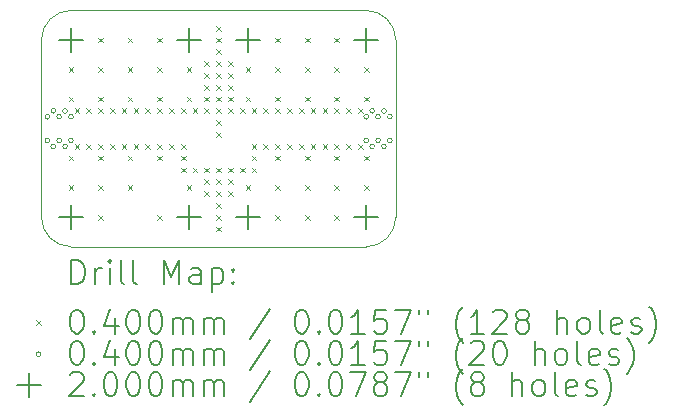
<source format=gbr>
%TF.GenerationSoftware,KiCad,Pcbnew,6.0.9+dfsg-1~bpo11+1*%
%TF.CreationDate,2022-11-06T14:52:20+01:00*%
%TF.ProjectId,filter,66696c74-6572-42e6-9b69-6361645f7063,2*%
%TF.SameCoordinates,Original*%
%TF.FileFunction,Drillmap*%
%TF.FilePolarity,Positive*%
%FSLAX45Y45*%
G04 Gerber Fmt 4.5, Leading zero omitted, Abs format (unit mm)*
G04 Created by KiCad (PCBNEW 6.0.9+dfsg-1~bpo11+1) date 2022-11-06 14:52:20*
%MOMM*%
%LPD*%
G01*
G04 APERTURE LIST*
%ADD10C,0.100000*%
%ADD11C,0.200000*%
%ADD12C,0.040000*%
G04 APERTURE END LIST*
D10*
X10750000Y-5500000D02*
X10750000Y-7000000D01*
X13750000Y-5500000D02*
G75*
G03*
X13500000Y-5250000I-250000J0D01*
G01*
X11000000Y-7250000D02*
X13500000Y-7250000D01*
X10750000Y-7000000D02*
G75*
G03*
X11000000Y-7250000I250000J0D01*
G01*
X13500000Y-7250000D02*
G75*
G03*
X13750000Y-7000000I0J250000D01*
G01*
X11000000Y-5250000D02*
G75*
G03*
X10750000Y-5500000I0J-250000D01*
G01*
X11000000Y-5250000D02*
X13500000Y-5250000D01*
X13750000Y-5500000D02*
X13750000Y-7000000D01*
D11*
D12*
X10980000Y-5730000D02*
X11020000Y-5770000D01*
X11020000Y-5730000D02*
X10980000Y-5770000D01*
X10980000Y-5980000D02*
X11020000Y-6020000D01*
X11020000Y-5980000D02*
X10980000Y-6020000D01*
X10980000Y-6480000D02*
X11020000Y-6520000D01*
X11020000Y-6480000D02*
X10980000Y-6520000D01*
X10980000Y-6730000D02*
X11020000Y-6770000D01*
X11020000Y-6730000D02*
X10980000Y-6770000D01*
X11030000Y-6080000D02*
X11070000Y-6120000D01*
X11070000Y-6080000D02*
X11030000Y-6120000D01*
X11030000Y-6380000D02*
X11070000Y-6420000D01*
X11070000Y-6380000D02*
X11030000Y-6420000D01*
X11130000Y-6080000D02*
X11170000Y-6120000D01*
X11170000Y-6080000D02*
X11130000Y-6120000D01*
X11130000Y-6380000D02*
X11170000Y-6420000D01*
X11170000Y-6380000D02*
X11130000Y-6420000D01*
X11230000Y-5480000D02*
X11270000Y-5520000D01*
X11270000Y-5480000D02*
X11230000Y-5520000D01*
X11230000Y-5730000D02*
X11270000Y-5770000D01*
X11270000Y-5730000D02*
X11230000Y-5770000D01*
X11230000Y-5980000D02*
X11270000Y-6020000D01*
X11270000Y-5980000D02*
X11230000Y-6020000D01*
X11230000Y-6080000D02*
X11270000Y-6120000D01*
X11270000Y-6080000D02*
X11230000Y-6120000D01*
X11230000Y-6380000D02*
X11270000Y-6420000D01*
X11270000Y-6380000D02*
X11230000Y-6420000D01*
X11230000Y-6480000D02*
X11270000Y-6520000D01*
X11270000Y-6480000D02*
X11230000Y-6520000D01*
X11230000Y-6730000D02*
X11270000Y-6770000D01*
X11270000Y-6730000D02*
X11230000Y-6770000D01*
X11230000Y-6980000D02*
X11270000Y-7020000D01*
X11270000Y-6980000D02*
X11230000Y-7020000D01*
X11330000Y-6080000D02*
X11370000Y-6120000D01*
X11370000Y-6080000D02*
X11330000Y-6120000D01*
X11330000Y-6380000D02*
X11370000Y-6420000D01*
X11370000Y-6380000D02*
X11330000Y-6420000D01*
X11430000Y-6080000D02*
X11470000Y-6120000D01*
X11470000Y-6080000D02*
X11430000Y-6120000D01*
X11430000Y-6380000D02*
X11470000Y-6420000D01*
X11470000Y-6380000D02*
X11430000Y-6420000D01*
X11480000Y-5480000D02*
X11520000Y-5520000D01*
X11520000Y-5480000D02*
X11480000Y-5520000D01*
X11480000Y-5730000D02*
X11520000Y-5770000D01*
X11520000Y-5730000D02*
X11480000Y-5770000D01*
X11480000Y-5980000D02*
X11520000Y-6020000D01*
X11520000Y-5980000D02*
X11480000Y-6020000D01*
X11480000Y-6480000D02*
X11520000Y-6520000D01*
X11520000Y-6480000D02*
X11480000Y-6520000D01*
X11480000Y-6730000D02*
X11520000Y-6770000D01*
X11520000Y-6730000D02*
X11480000Y-6770000D01*
X11530000Y-6080000D02*
X11570000Y-6120000D01*
X11570000Y-6080000D02*
X11530000Y-6120000D01*
X11530000Y-6380000D02*
X11570000Y-6420000D01*
X11570000Y-6380000D02*
X11530000Y-6420000D01*
X11630000Y-6080000D02*
X11670000Y-6120000D01*
X11670000Y-6080000D02*
X11630000Y-6120000D01*
X11630000Y-6380000D02*
X11670000Y-6420000D01*
X11670000Y-6380000D02*
X11630000Y-6420000D01*
X11730000Y-5480000D02*
X11770000Y-5520000D01*
X11770000Y-5480000D02*
X11730000Y-5520000D01*
X11730000Y-5730000D02*
X11770000Y-5770000D01*
X11770000Y-5730000D02*
X11730000Y-5770000D01*
X11730000Y-5980000D02*
X11770000Y-6020000D01*
X11770000Y-5980000D02*
X11730000Y-6020000D01*
X11730000Y-6080000D02*
X11770000Y-6120000D01*
X11770000Y-6080000D02*
X11730000Y-6120000D01*
X11730000Y-6380000D02*
X11770000Y-6420000D01*
X11770000Y-6380000D02*
X11730000Y-6420000D01*
X11730000Y-6480000D02*
X11770000Y-6520000D01*
X11770000Y-6480000D02*
X11730000Y-6520000D01*
X11730000Y-6980000D02*
X11770000Y-7020000D01*
X11770000Y-6980000D02*
X11730000Y-7020000D01*
X11830000Y-6080000D02*
X11870000Y-6120000D01*
X11870000Y-6080000D02*
X11830000Y-6120000D01*
X11830000Y-6380000D02*
X11870000Y-6420000D01*
X11870000Y-6380000D02*
X11830000Y-6420000D01*
X11930000Y-6080000D02*
X11970000Y-6120000D01*
X11970000Y-6080000D02*
X11930000Y-6120000D01*
X11930000Y-6380000D02*
X11970000Y-6420000D01*
X11970000Y-6380000D02*
X11930000Y-6420000D01*
X11930000Y-6480000D02*
X11970000Y-6520000D01*
X11970000Y-6480000D02*
X11930000Y-6520000D01*
X11930000Y-6580000D02*
X11970000Y-6620000D01*
X11970000Y-6580000D02*
X11930000Y-6620000D01*
X11980000Y-5730000D02*
X12020000Y-5770000D01*
X12020000Y-5730000D02*
X11980000Y-5770000D01*
X11980000Y-5980000D02*
X12020000Y-6020000D01*
X12020000Y-5980000D02*
X11980000Y-6020000D01*
X11980000Y-6730000D02*
X12020000Y-6770000D01*
X12020000Y-6730000D02*
X11980000Y-6770000D01*
X12030000Y-6080000D02*
X12070000Y-6120000D01*
X12070000Y-6080000D02*
X12030000Y-6120000D01*
X12030000Y-6580000D02*
X12070000Y-6620000D01*
X12070000Y-6580000D02*
X12030000Y-6620000D01*
X12130000Y-5680000D02*
X12170000Y-5720000D01*
X12170000Y-5680000D02*
X12130000Y-5720000D01*
X12130000Y-5780000D02*
X12170000Y-5820000D01*
X12170000Y-5780000D02*
X12130000Y-5820000D01*
X12130000Y-5880000D02*
X12170000Y-5920000D01*
X12170000Y-5880000D02*
X12130000Y-5920000D01*
X12130000Y-5980000D02*
X12170000Y-6020000D01*
X12170000Y-5980000D02*
X12130000Y-6020000D01*
X12130000Y-6080000D02*
X12170000Y-6120000D01*
X12170000Y-6080000D02*
X12130000Y-6120000D01*
X12130000Y-6580000D02*
X12170000Y-6620000D01*
X12170000Y-6580000D02*
X12130000Y-6620000D01*
X12130000Y-6680000D02*
X12170000Y-6720000D01*
X12170000Y-6680000D02*
X12130000Y-6720000D01*
X12130000Y-6780000D02*
X12170000Y-6820000D01*
X12170000Y-6780000D02*
X12130000Y-6820000D01*
X12230000Y-5380000D02*
X12270000Y-5420000D01*
X12270000Y-5380000D02*
X12230000Y-5420000D01*
X12230000Y-5480000D02*
X12270000Y-5520000D01*
X12270000Y-5480000D02*
X12230000Y-5520000D01*
X12230000Y-5580000D02*
X12270000Y-5620000D01*
X12270000Y-5580000D02*
X12230000Y-5620000D01*
X12230000Y-5680000D02*
X12270000Y-5720000D01*
X12270000Y-5680000D02*
X12230000Y-5720000D01*
X12230000Y-5780000D02*
X12270000Y-5820000D01*
X12270000Y-5780000D02*
X12230000Y-5820000D01*
X12230000Y-5880000D02*
X12270000Y-5920000D01*
X12270000Y-5880000D02*
X12230000Y-5920000D01*
X12230000Y-5980000D02*
X12270000Y-6020000D01*
X12270000Y-5980000D02*
X12230000Y-6020000D01*
X12230000Y-6080000D02*
X12270000Y-6120000D01*
X12270000Y-6080000D02*
X12230000Y-6120000D01*
X12230000Y-6180000D02*
X12270000Y-6220000D01*
X12270000Y-6180000D02*
X12230000Y-6220000D01*
X12230000Y-6280000D02*
X12270000Y-6320000D01*
X12270000Y-6280000D02*
X12230000Y-6320000D01*
X12230000Y-6580000D02*
X12270000Y-6620000D01*
X12270000Y-6580000D02*
X12230000Y-6620000D01*
X12230000Y-6680000D02*
X12270000Y-6720000D01*
X12270000Y-6680000D02*
X12230000Y-6720000D01*
X12230000Y-6780000D02*
X12270000Y-6820000D01*
X12270000Y-6780000D02*
X12230000Y-6820000D01*
X12230000Y-6880000D02*
X12270000Y-6920000D01*
X12270000Y-6880000D02*
X12230000Y-6920000D01*
X12230000Y-6980000D02*
X12270000Y-7020000D01*
X12270000Y-6980000D02*
X12230000Y-7020000D01*
X12230000Y-7080000D02*
X12270000Y-7120000D01*
X12270000Y-7080000D02*
X12230000Y-7120000D01*
X12330000Y-5680000D02*
X12370000Y-5720000D01*
X12370000Y-5680000D02*
X12330000Y-5720000D01*
X12330000Y-5780000D02*
X12370000Y-5820000D01*
X12370000Y-5780000D02*
X12330000Y-5820000D01*
X12330000Y-5880000D02*
X12370000Y-5920000D01*
X12370000Y-5880000D02*
X12330000Y-5920000D01*
X12330000Y-5980000D02*
X12370000Y-6020000D01*
X12370000Y-5980000D02*
X12330000Y-6020000D01*
X12330000Y-6080000D02*
X12370000Y-6120000D01*
X12370000Y-6080000D02*
X12330000Y-6120000D01*
X12330000Y-6580000D02*
X12370000Y-6620000D01*
X12370000Y-6580000D02*
X12330000Y-6620000D01*
X12330000Y-6680000D02*
X12370000Y-6720000D01*
X12370000Y-6680000D02*
X12330000Y-6720000D01*
X12330000Y-6780000D02*
X12370000Y-6820000D01*
X12370000Y-6780000D02*
X12330000Y-6820000D01*
X12430000Y-6080000D02*
X12470000Y-6120000D01*
X12470000Y-6080000D02*
X12430000Y-6120000D01*
X12430000Y-6580000D02*
X12470000Y-6620000D01*
X12470000Y-6580000D02*
X12430000Y-6620000D01*
X12480000Y-5730000D02*
X12520000Y-5770000D01*
X12520000Y-5730000D02*
X12480000Y-5770000D01*
X12480000Y-5980000D02*
X12520000Y-6020000D01*
X12520000Y-5980000D02*
X12480000Y-6020000D01*
X12480000Y-6730000D02*
X12520000Y-6770000D01*
X12520000Y-6730000D02*
X12480000Y-6770000D01*
X12530000Y-6080000D02*
X12570000Y-6120000D01*
X12570000Y-6080000D02*
X12530000Y-6120000D01*
X12530000Y-6380000D02*
X12570000Y-6420000D01*
X12570000Y-6380000D02*
X12530000Y-6420000D01*
X12530000Y-6480000D02*
X12570000Y-6520000D01*
X12570000Y-6480000D02*
X12530000Y-6520000D01*
X12530000Y-6580000D02*
X12570000Y-6620000D01*
X12570000Y-6580000D02*
X12530000Y-6620000D01*
X12630000Y-6080000D02*
X12670000Y-6120000D01*
X12670000Y-6080000D02*
X12630000Y-6120000D01*
X12630000Y-6380000D02*
X12670000Y-6420000D01*
X12670000Y-6380000D02*
X12630000Y-6420000D01*
X12730000Y-5480000D02*
X12770000Y-5520000D01*
X12770000Y-5480000D02*
X12730000Y-5520000D01*
X12730000Y-5730000D02*
X12770000Y-5770000D01*
X12770000Y-5730000D02*
X12730000Y-5770000D01*
X12730000Y-5980000D02*
X12770000Y-6020000D01*
X12770000Y-5980000D02*
X12730000Y-6020000D01*
X12730000Y-6080000D02*
X12770000Y-6120000D01*
X12770000Y-6080000D02*
X12730000Y-6120000D01*
X12730000Y-6380000D02*
X12770000Y-6420000D01*
X12770000Y-6380000D02*
X12730000Y-6420000D01*
X12730000Y-6480000D02*
X12770000Y-6520000D01*
X12770000Y-6480000D02*
X12730000Y-6520000D01*
X12730000Y-6730000D02*
X12770000Y-6770000D01*
X12770000Y-6730000D02*
X12730000Y-6770000D01*
X12730000Y-6980000D02*
X12770000Y-7020000D01*
X12770000Y-6980000D02*
X12730000Y-7020000D01*
X12830000Y-6080000D02*
X12870000Y-6120000D01*
X12870000Y-6080000D02*
X12830000Y-6120000D01*
X12830000Y-6380000D02*
X12870000Y-6420000D01*
X12870000Y-6380000D02*
X12830000Y-6420000D01*
X12930000Y-6080000D02*
X12970000Y-6120000D01*
X12970000Y-6080000D02*
X12930000Y-6120000D01*
X12930000Y-6380000D02*
X12970000Y-6420000D01*
X12970000Y-6380000D02*
X12930000Y-6420000D01*
X12980000Y-5480000D02*
X13020000Y-5520000D01*
X13020000Y-5480000D02*
X12980000Y-5520000D01*
X12980000Y-5730000D02*
X13020000Y-5770000D01*
X13020000Y-5730000D02*
X12980000Y-5770000D01*
X12980000Y-5980000D02*
X13020000Y-6020000D01*
X13020000Y-5980000D02*
X12980000Y-6020000D01*
X12980000Y-6480000D02*
X13020000Y-6520000D01*
X13020000Y-6480000D02*
X12980000Y-6520000D01*
X12980000Y-6730000D02*
X13020000Y-6770000D01*
X13020000Y-6730000D02*
X12980000Y-6770000D01*
X12980000Y-6980000D02*
X13020000Y-7020000D01*
X13020000Y-6980000D02*
X12980000Y-7020000D01*
X13030000Y-6080000D02*
X13070000Y-6120000D01*
X13070000Y-6080000D02*
X13030000Y-6120000D01*
X13030000Y-6380000D02*
X13070000Y-6420000D01*
X13070000Y-6380000D02*
X13030000Y-6420000D01*
X13130000Y-6080000D02*
X13170000Y-6120000D01*
X13170000Y-6080000D02*
X13130000Y-6120000D01*
X13130000Y-6380000D02*
X13170000Y-6420000D01*
X13170000Y-6380000D02*
X13130000Y-6420000D01*
X13230000Y-5480000D02*
X13270000Y-5520000D01*
X13270000Y-5480000D02*
X13230000Y-5520000D01*
X13230000Y-5730000D02*
X13270000Y-5770000D01*
X13270000Y-5730000D02*
X13230000Y-5770000D01*
X13230000Y-5980000D02*
X13270000Y-6020000D01*
X13270000Y-5980000D02*
X13230000Y-6020000D01*
X13230000Y-6080000D02*
X13270000Y-6120000D01*
X13270000Y-6080000D02*
X13230000Y-6120000D01*
X13230000Y-6380000D02*
X13270000Y-6420000D01*
X13270000Y-6380000D02*
X13230000Y-6420000D01*
X13230000Y-6480000D02*
X13270000Y-6520000D01*
X13270000Y-6480000D02*
X13230000Y-6520000D01*
X13230000Y-6730000D02*
X13270000Y-6770000D01*
X13270000Y-6730000D02*
X13230000Y-6770000D01*
X13230000Y-6980000D02*
X13270000Y-7020000D01*
X13270000Y-6980000D02*
X13230000Y-7020000D01*
X13330000Y-6080000D02*
X13370000Y-6120000D01*
X13370000Y-6080000D02*
X13330000Y-6120000D01*
X13330000Y-6380000D02*
X13370000Y-6420000D01*
X13370000Y-6380000D02*
X13330000Y-6420000D01*
X13430000Y-6080000D02*
X13470000Y-6120000D01*
X13470000Y-6080000D02*
X13430000Y-6120000D01*
X13430000Y-6380000D02*
X13470000Y-6420000D01*
X13470000Y-6380000D02*
X13430000Y-6420000D01*
X13480000Y-5730000D02*
X13520000Y-5770000D01*
X13520000Y-5730000D02*
X13480000Y-5770000D01*
X13480000Y-5980000D02*
X13520000Y-6020000D01*
X13520000Y-5980000D02*
X13480000Y-6020000D01*
X13480000Y-6480000D02*
X13520000Y-6520000D01*
X13520000Y-6480000D02*
X13480000Y-6520000D01*
X13480000Y-6730000D02*
X13520000Y-6770000D01*
X13520000Y-6730000D02*
X13480000Y-6770000D01*
X10820000Y-6150000D02*
G75*
G03*
X10820000Y-6150000I-20000J0D01*
G01*
X10820000Y-6350000D02*
G75*
G03*
X10820000Y-6350000I-20000J0D01*
G01*
X10870000Y-6100000D02*
G75*
G03*
X10870000Y-6100000I-20000J0D01*
G01*
X10870000Y-6400000D02*
G75*
G03*
X10870000Y-6400000I-20000J0D01*
G01*
X10920000Y-6150000D02*
G75*
G03*
X10920000Y-6150000I-20000J0D01*
G01*
X10920000Y-6350000D02*
G75*
G03*
X10920000Y-6350000I-20000J0D01*
G01*
X10970000Y-6100000D02*
G75*
G03*
X10970000Y-6100000I-20000J0D01*
G01*
X10970000Y-6400000D02*
G75*
G03*
X10970000Y-6400000I-20000J0D01*
G01*
X11020000Y-6150000D02*
G75*
G03*
X11020000Y-6150000I-20000J0D01*
G01*
X11020000Y-6350000D02*
G75*
G03*
X11020000Y-6350000I-20000J0D01*
G01*
X13520000Y-6150000D02*
G75*
G03*
X13520000Y-6150000I-20000J0D01*
G01*
X13520000Y-6350000D02*
G75*
G03*
X13520000Y-6350000I-20000J0D01*
G01*
X13570000Y-6100000D02*
G75*
G03*
X13570000Y-6100000I-20000J0D01*
G01*
X13570000Y-6400000D02*
G75*
G03*
X13570000Y-6400000I-20000J0D01*
G01*
X13620000Y-6150000D02*
G75*
G03*
X13620000Y-6150000I-20000J0D01*
G01*
X13620000Y-6350000D02*
G75*
G03*
X13620000Y-6350000I-20000J0D01*
G01*
X13670000Y-6100000D02*
G75*
G03*
X13670000Y-6100000I-20000J0D01*
G01*
X13670000Y-6400000D02*
G75*
G03*
X13670000Y-6400000I-20000J0D01*
G01*
X13720000Y-6150000D02*
G75*
G03*
X13720000Y-6150000I-20000J0D01*
G01*
X13720000Y-6350000D02*
G75*
G03*
X13720000Y-6350000I-20000J0D01*
G01*
D11*
X11000000Y-5400000D02*
X11000000Y-5600000D01*
X10900000Y-5500000D02*
X11100000Y-5500000D01*
X11000000Y-6900000D02*
X11000000Y-7100000D01*
X10900000Y-7000000D02*
X11100000Y-7000000D01*
X12000000Y-5400000D02*
X12000000Y-5600000D01*
X11900000Y-5500000D02*
X12100000Y-5500000D01*
X12000000Y-6900000D02*
X12000000Y-7100000D01*
X11900000Y-7000000D02*
X12100000Y-7000000D01*
X12500000Y-5400000D02*
X12500000Y-5600000D01*
X12400000Y-5500000D02*
X12600000Y-5500000D01*
X12500000Y-6900000D02*
X12500000Y-7100000D01*
X12400000Y-7000000D02*
X12600000Y-7000000D01*
X13500000Y-5400000D02*
X13500000Y-5600000D01*
X13400000Y-5500000D02*
X13600000Y-5500000D01*
X13500000Y-6900000D02*
X13500000Y-7100000D01*
X13400000Y-7000000D02*
X13600000Y-7000000D01*
X11002619Y-7565476D02*
X11002619Y-7365476D01*
X11050238Y-7365476D01*
X11078810Y-7375000D01*
X11097857Y-7394048D01*
X11107381Y-7413095D01*
X11116905Y-7451190D01*
X11116905Y-7479762D01*
X11107381Y-7517857D01*
X11097857Y-7536905D01*
X11078810Y-7555952D01*
X11050238Y-7565476D01*
X11002619Y-7565476D01*
X11202619Y-7565476D02*
X11202619Y-7432143D01*
X11202619Y-7470238D02*
X11212143Y-7451190D01*
X11221667Y-7441667D01*
X11240714Y-7432143D01*
X11259762Y-7432143D01*
X11326428Y-7565476D02*
X11326428Y-7432143D01*
X11326428Y-7365476D02*
X11316905Y-7375000D01*
X11326428Y-7384524D01*
X11335952Y-7375000D01*
X11326428Y-7365476D01*
X11326428Y-7384524D01*
X11450238Y-7565476D02*
X11431190Y-7555952D01*
X11421667Y-7536905D01*
X11421667Y-7365476D01*
X11555000Y-7565476D02*
X11535952Y-7555952D01*
X11526428Y-7536905D01*
X11526428Y-7365476D01*
X11783571Y-7565476D02*
X11783571Y-7365476D01*
X11850238Y-7508333D01*
X11916905Y-7365476D01*
X11916905Y-7565476D01*
X12097857Y-7565476D02*
X12097857Y-7460714D01*
X12088333Y-7441667D01*
X12069286Y-7432143D01*
X12031190Y-7432143D01*
X12012143Y-7441667D01*
X12097857Y-7555952D02*
X12078809Y-7565476D01*
X12031190Y-7565476D01*
X12012143Y-7555952D01*
X12002619Y-7536905D01*
X12002619Y-7517857D01*
X12012143Y-7498809D01*
X12031190Y-7489286D01*
X12078809Y-7489286D01*
X12097857Y-7479762D01*
X12193095Y-7432143D02*
X12193095Y-7632143D01*
X12193095Y-7441667D02*
X12212143Y-7432143D01*
X12250238Y-7432143D01*
X12269286Y-7441667D01*
X12278809Y-7451190D01*
X12288333Y-7470238D01*
X12288333Y-7527381D01*
X12278809Y-7546428D01*
X12269286Y-7555952D01*
X12250238Y-7565476D01*
X12212143Y-7565476D01*
X12193095Y-7555952D01*
X12374048Y-7546428D02*
X12383571Y-7555952D01*
X12374048Y-7565476D01*
X12364524Y-7555952D01*
X12374048Y-7546428D01*
X12374048Y-7565476D01*
X12374048Y-7441667D02*
X12383571Y-7451190D01*
X12374048Y-7460714D01*
X12364524Y-7451190D01*
X12374048Y-7441667D01*
X12374048Y-7460714D01*
D12*
X10705000Y-7875000D02*
X10745000Y-7915000D01*
X10745000Y-7875000D02*
X10705000Y-7915000D01*
D11*
X11040714Y-7785476D02*
X11059762Y-7785476D01*
X11078810Y-7795000D01*
X11088333Y-7804524D01*
X11097857Y-7823571D01*
X11107381Y-7861667D01*
X11107381Y-7909286D01*
X11097857Y-7947381D01*
X11088333Y-7966428D01*
X11078810Y-7975952D01*
X11059762Y-7985476D01*
X11040714Y-7985476D01*
X11021667Y-7975952D01*
X11012143Y-7966428D01*
X11002619Y-7947381D01*
X10993095Y-7909286D01*
X10993095Y-7861667D01*
X11002619Y-7823571D01*
X11012143Y-7804524D01*
X11021667Y-7795000D01*
X11040714Y-7785476D01*
X11193095Y-7966428D02*
X11202619Y-7975952D01*
X11193095Y-7985476D01*
X11183571Y-7975952D01*
X11193095Y-7966428D01*
X11193095Y-7985476D01*
X11374048Y-7852143D02*
X11374048Y-7985476D01*
X11326428Y-7775952D02*
X11278809Y-7918809D01*
X11402619Y-7918809D01*
X11516905Y-7785476D02*
X11535952Y-7785476D01*
X11555000Y-7795000D01*
X11564524Y-7804524D01*
X11574048Y-7823571D01*
X11583571Y-7861667D01*
X11583571Y-7909286D01*
X11574048Y-7947381D01*
X11564524Y-7966428D01*
X11555000Y-7975952D01*
X11535952Y-7985476D01*
X11516905Y-7985476D01*
X11497857Y-7975952D01*
X11488333Y-7966428D01*
X11478809Y-7947381D01*
X11469286Y-7909286D01*
X11469286Y-7861667D01*
X11478809Y-7823571D01*
X11488333Y-7804524D01*
X11497857Y-7795000D01*
X11516905Y-7785476D01*
X11707381Y-7785476D02*
X11726428Y-7785476D01*
X11745476Y-7795000D01*
X11755000Y-7804524D01*
X11764524Y-7823571D01*
X11774048Y-7861667D01*
X11774048Y-7909286D01*
X11764524Y-7947381D01*
X11755000Y-7966428D01*
X11745476Y-7975952D01*
X11726428Y-7985476D01*
X11707381Y-7985476D01*
X11688333Y-7975952D01*
X11678809Y-7966428D01*
X11669286Y-7947381D01*
X11659762Y-7909286D01*
X11659762Y-7861667D01*
X11669286Y-7823571D01*
X11678809Y-7804524D01*
X11688333Y-7795000D01*
X11707381Y-7785476D01*
X11859762Y-7985476D02*
X11859762Y-7852143D01*
X11859762Y-7871190D02*
X11869286Y-7861667D01*
X11888333Y-7852143D01*
X11916905Y-7852143D01*
X11935952Y-7861667D01*
X11945476Y-7880714D01*
X11945476Y-7985476D01*
X11945476Y-7880714D02*
X11955000Y-7861667D01*
X11974048Y-7852143D01*
X12002619Y-7852143D01*
X12021667Y-7861667D01*
X12031190Y-7880714D01*
X12031190Y-7985476D01*
X12126428Y-7985476D02*
X12126428Y-7852143D01*
X12126428Y-7871190D02*
X12135952Y-7861667D01*
X12155000Y-7852143D01*
X12183571Y-7852143D01*
X12202619Y-7861667D01*
X12212143Y-7880714D01*
X12212143Y-7985476D01*
X12212143Y-7880714D02*
X12221667Y-7861667D01*
X12240714Y-7852143D01*
X12269286Y-7852143D01*
X12288333Y-7861667D01*
X12297857Y-7880714D01*
X12297857Y-7985476D01*
X12688333Y-7775952D02*
X12516905Y-8033095D01*
X12945476Y-7785476D02*
X12964524Y-7785476D01*
X12983571Y-7795000D01*
X12993095Y-7804524D01*
X13002619Y-7823571D01*
X13012143Y-7861667D01*
X13012143Y-7909286D01*
X13002619Y-7947381D01*
X12993095Y-7966428D01*
X12983571Y-7975952D01*
X12964524Y-7985476D01*
X12945476Y-7985476D01*
X12926428Y-7975952D01*
X12916905Y-7966428D01*
X12907381Y-7947381D01*
X12897857Y-7909286D01*
X12897857Y-7861667D01*
X12907381Y-7823571D01*
X12916905Y-7804524D01*
X12926428Y-7795000D01*
X12945476Y-7785476D01*
X13097857Y-7966428D02*
X13107381Y-7975952D01*
X13097857Y-7985476D01*
X13088333Y-7975952D01*
X13097857Y-7966428D01*
X13097857Y-7985476D01*
X13231190Y-7785476D02*
X13250238Y-7785476D01*
X13269286Y-7795000D01*
X13278809Y-7804524D01*
X13288333Y-7823571D01*
X13297857Y-7861667D01*
X13297857Y-7909286D01*
X13288333Y-7947381D01*
X13278809Y-7966428D01*
X13269286Y-7975952D01*
X13250238Y-7985476D01*
X13231190Y-7985476D01*
X13212143Y-7975952D01*
X13202619Y-7966428D01*
X13193095Y-7947381D01*
X13183571Y-7909286D01*
X13183571Y-7861667D01*
X13193095Y-7823571D01*
X13202619Y-7804524D01*
X13212143Y-7795000D01*
X13231190Y-7785476D01*
X13488333Y-7985476D02*
X13374048Y-7985476D01*
X13431190Y-7985476D02*
X13431190Y-7785476D01*
X13412143Y-7814048D01*
X13393095Y-7833095D01*
X13374048Y-7842619D01*
X13669286Y-7785476D02*
X13574048Y-7785476D01*
X13564524Y-7880714D01*
X13574048Y-7871190D01*
X13593095Y-7861667D01*
X13640714Y-7861667D01*
X13659762Y-7871190D01*
X13669286Y-7880714D01*
X13678809Y-7899762D01*
X13678809Y-7947381D01*
X13669286Y-7966428D01*
X13659762Y-7975952D01*
X13640714Y-7985476D01*
X13593095Y-7985476D01*
X13574048Y-7975952D01*
X13564524Y-7966428D01*
X13745476Y-7785476D02*
X13878809Y-7785476D01*
X13793095Y-7985476D01*
X13945476Y-7785476D02*
X13945476Y-7823571D01*
X14021667Y-7785476D02*
X14021667Y-7823571D01*
X14316905Y-8061667D02*
X14307381Y-8052143D01*
X14288333Y-8023571D01*
X14278809Y-8004524D01*
X14269286Y-7975952D01*
X14259762Y-7928333D01*
X14259762Y-7890238D01*
X14269286Y-7842619D01*
X14278809Y-7814048D01*
X14288333Y-7795000D01*
X14307381Y-7766428D01*
X14316905Y-7756905D01*
X14497857Y-7985476D02*
X14383571Y-7985476D01*
X14440714Y-7985476D02*
X14440714Y-7785476D01*
X14421667Y-7814048D01*
X14402619Y-7833095D01*
X14383571Y-7842619D01*
X14574048Y-7804524D02*
X14583571Y-7795000D01*
X14602619Y-7785476D01*
X14650238Y-7785476D01*
X14669286Y-7795000D01*
X14678809Y-7804524D01*
X14688333Y-7823571D01*
X14688333Y-7842619D01*
X14678809Y-7871190D01*
X14564524Y-7985476D01*
X14688333Y-7985476D01*
X14802619Y-7871190D02*
X14783571Y-7861667D01*
X14774048Y-7852143D01*
X14764524Y-7833095D01*
X14764524Y-7823571D01*
X14774048Y-7804524D01*
X14783571Y-7795000D01*
X14802619Y-7785476D01*
X14840714Y-7785476D01*
X14859762Y-7795000D01*
X14869286Y-7804524D01*
X14878809Y-7823571D01*
X14878809Y-7833095D01*
X14869286Y-7852143D01*
X14859762Y-7861667D01*
X14840714Y-7871190D01*
X14802619Y-7871190D01*
X14783571Y-7880714D01*
X14774048Y-7890238D01*
X14764524Y-7909286D01*
X14764524Y-7947381D01*
X14774048Y-7966428D01*
X14783571Y-7975952D01*
X14802619Y-7985476D01*
X14840714Y-7985476D01*
X14859762Y-7975952D01*
X14869286Y-7966428D01*
X14878809Y-7947381D01*
X14878809Y-7909286D01*
X14869286Y-7890238D01*
X14859762Y-7880714D01*
X14840714Y-7871190D01*
X15116905Y-7985476D02*
X15116905Y-7785476D01*
X15202619Y-7985476D02*
X15202619Y-7880714D01*
X15193095Y-7861667D01*
X15174048Y-7852143D01*
X15145476Y-7852143D01*
X15126428Y-7861667D01*
X15116905Y-7871190D01*
X15326428Y-7985476D02*
X15307381Y-7975952D01*
X15297857Y-7966428D01*
X15288333Y-7947381D01*
X15288333Y-7890238D01*
X15297857Y-7871190D01*
X15307381Y-7861667D01*
X15326428Y-7852143D01*
X15355000Y-7852143D01*
X15374048Y-7861667D01*
X15383571Y-7871190D01*
X15393095Y-7890238D01*
X15393095Y-7947381D01*
X15383571Y-7966428D01*
X15374048Y-7975952D01*
X15355000Y-7985476D01*
X15326428Y-7985476D01*
X15507381Y-7985476D02*
X15488333Y-7975952D01*
X15478809Y-7956905D01*
X15478809Y-7785476D01*
X15659762Y-7975952D02*
X15640714Y-7985476D01*
X15602619Y-7985476D01*
X15583571Y-7975952D01*
X15574048Y-7956905D01*
X15574048Y-7880714D01*
X15583571Y-7861667D01*
X15602619Y-7852143D01*
X15640714Y-7852143D01*
X15659762Y-7861667D01*
X15669286Y-7880714D01*
X15669286Y-7899762D01*
X15574048Y-7918809D01*
X15745476Y-7975952D02*
X15764524Y-7985476D01*
X15802619Y-7985476D01*
X15821667Y-7975952D01*
X15831190Y-7956905D01*
X15831190Y-7947381D01*
X15821667Y-7928333D01*
X15802619Y-7918809D01*
X15774048Y-7918809D01*
X15755000Y-7909286D01*
X15745476Y-7890238D01*
X15745476Y-7880714D01*
X15755000Y-7861667D01*
X15774048Y-7852143D01*
X15802619Y-7852143D01*
X15821667Y-7861667D01*
X15897857Y-8061667D02*
X15907381Y-8052143D01*
X15926428Y-8023571D01*
X15935952Y-8004524D01*
X15945476Y-7975952D01*
X15955000Y-7928333D01*
X15955000Y-7890238D01*
X15945476Y-7842619D01*
X15935952Y-7814048D01*
X15926428Y-7795000D01*
X15907381Y-7766428D01*
X15897857Y-7756905D01*
D12*
X10745000Y-8159000D02*
G75*
G03*
X10745000Y-8159000I-20000J0D01*
G01*
D11*
X11040714Y-8049476D02*
X11059762Y-8049476D01*
X11078810Y-8059000D01*
X11088333Y-8068524D01*
X11097857Y-8087571D01*
X11107381Y-8125667D01*
X11107381Y-8173286D01*
X11097857Y-8211381D01*
X11088333Y-8230428D01*
X11078810Y-8239952D01*
X11059762Y-8249476D01*
X11040714Y-8249476D01*
X11021667Y-8239952D01*
X11012143Y-8230428D01*
X11002619Y-8211381D01*
X10993095Y-8173286D01*
X10993095Y-8125667D01*
X11002619Y-8087571D01*
X11012143Y-8068524D01*
X11021667Y-8059000D01*
X11040714Y-8049476D01*
X11193095Y-8230428D02*
X11202619Y-8239952D01*
X11193095Y-8249476D01*
X11183571Y-8239952D01*
X11193095Y-8230428D01*
X11193095Y-8249476D01*
X11374048Y-8116143D02*
X11374048Y-8249476D01*
X11326428Y-8039952D02*
X11278809Y-8182809D01*
X11402619Y-8182809D01*
X11516905Y-8049476D02*
X11535952Y-8049476D01*
X11555000Y-8059000D01*
X11564524Y-8068524D01*
X11574048Y-8087571D01*
X11583571Y-8125667D01*
X11583571Y-8173286D01*
X11574048Y-8211381D01*
X11564524Y-8230428D01*
X11555000Y-8239952D01*
X11535952Y-8249476D01*
X11516905Y-8249476D01*
X11497857Y-8239952D01*
X11488333Y-8230428D01*
X11478809Y-8211381D01*
X11469286Y-8173286D01*
X11469286Y-8125667D01*
X11478809Y-8087571D01*
X11488333Y-8068524D01*
X11497857Y-8059000D01*
X11516905Y-8049476D01*
X11707381Y-8049476D02*
X11726428Y-8049476D01*
X11745476Y-8059000D01*
X11755000Y-8068524D01*
X11764524Y-8087571D01*
X11774048Y-8125667D01*
X11774048Y-8173286D01*
X11764524Y-8211381D01*
X11755000Y-8230428D01*
X11745476Y-8239952D01*
X11726428Y-8249476D01*
X11707381Y-8249476D01*
X11688333Y-8239952D01*
X11678809Y-8230428D01*
X11669286Y-8211381D01*
X11659762Y-8173286D01*
X11659762Y-8125667D01*
X11669286Y-8087571D01*
X11678809Y-8068524D01*
X11688333Y-8059000D01*
X11707381Y-8049476D01*
X11859762Y-8249476D02*
X11859762Y-8116143D01*
X11859762Y-8135190D02*
X11869286Y-8125667D01*
X11888333Y-8116143D01*
X11916905Y-8116143D01*
X11935952Y-8125667D01*
X11945476Y-8144714D01*
X11945476Y-8249476D01*
X11945476Y-8144714D02*
X11955000Y-8125667D01*
X11974048Y-8116143D01*
X12002619Y-8116143D01*
X12021667Y-8125667D01*
X12031190Y-8144714D01*
X12031190Y-8249476D01*
X12126428Y-8249476D02*
X12126428Y-8116143D01*
X12126428Y-8135190D02*
X12135952Y-8125667D01*
X12155000Y-8116143D01*
X12183571Y-8116143D01*
X12202619Y-8125667D01*
X12212143Y-8144714D01*
X12212143Y-8249476D01*
X12212143Y-8144714D02*
X12221667Y-8125667D01*
X12240714Y-8116143D01*
X12269286Y-8116143D01*
X12288333Y-8125667D01*
X12297857Y-8144714D01*
X12297857Y-8249476D01*
X12688333Y-8039952D02*
X12516905Y-8297095D01*
X12945476Y-8049476D02*
X12964524Y-8049476D01*
X12983571Y-8059000D01*
X12993095Y-8068524D01*
X13002619Y-8087571D01*
X13012143Y-8125667D01*
X13012143Y-8173286D01*
X13002619Y-8211381D01*
X12993095Y-8230428D01*
X12983571Y-8239952D01*
X12964524Y-8249476D01*
X12945476Y-8249476D01*
X12926428Y-8239952D01*
X12916905Y-8230428D01*
X12907381Y-8211381D01*
X12897857Y-8173286D01*
X12897857Y-8125667D01*
X12907381Y-8087571D01*
X12916905Y-8068524D01*
X12926428Y-8059000D01*
X12945476Y-8049476D01*
X13097857Y-8230428D02*
X13107381Y-8239952D01*
X13097857Y-8249476D01*
X13088333Y-8239952D01*
X13097857Y-8230428D01*
X13097857Y-8249476D01*
X13231190Y-8049476D02*
X13250238Y-8049476D01*
X13269286Y-8059000D01*
X13278809Y-8068524D01*
X13288333Y-8087571D01*
X13297857Y-8125667D01*
X13297857Y-8173286D01*
X13288333Y-8211381D01*
X13278809Y-8230428D01*
X13269286Y-8239952D01*
X13250238Y-8249476D01*
X13231190Y-8249476D01*
X13212143Y-8239952D01*
X13202619Y-8230428D01*
X13193095Y-8211381D01*
X13183571Y-8173286D01*
X13183571Y-8125667D01*
X13193095Y-8087571D01*
X13202619Y-8068524D01*
X13212143Y-8059000D01*
X13231190Y-8049476D01*
X13488333Y-8249476D02*
X13374048Y-8249476D01*
X13431190Y-8249476D02*
X13431190Y-8049476D01*
X13412143Y-8078048D01*
X13393095Y-8097095D01*
X13374048Y-8106619D01*
X13669286Y-8049476D02*
X13574048Y-8049476D01*
X13564524Y-8144714D01*
X13574048Y-8135190D01*
X13593095Y-8125667D01*
X13640714Y-8125667D01*
X13659762Y-8135190D01*
X13669286Y-8144714D01*
X13678809Y-8163762D01*
X13678809Y-8211381D01*
X13669286Y-8230428D01*
X13659762Y-8239952D01*
X13640714Y-8249476D01*
X13593095Y-8249476D01*
X13574048Y-8239952D01*
X13564524Y-8230428D01*
X13745476Y-8049476D02*
X13878809Y-8049476D01*
X13793095Y-8249476D01*
X13945476Y-8049476D02*
X13945476Y-8087571D01*
X14021667Y-8049476D02*
X14021667Y-8087571D01*
X14316905Y-8325667D02*
X14307381Y-8316143D01*
X14288333Y-8287571D01*
X14278809Y-8268524D01*
X14269286Y-8239952D01*
X14259762Y-8192333D01*
X14259762Y-8154238D01*
X14269286Y-8106619D01*
X14278809Y-8078048D01*
X14288333Y-8059000D01*
X14307381Y-8030428D01*
X14316905Y-8020905D01*
X14383571Y-8068524D02*
X14393095Y-8059000D01*
X14412143Y-8049476D01*
X14459762Y-8049476D01*
X14478809Y-8059000D01*
X14488333Y-8068524D01*
X14497857Y-8087571D01*
X14497857Y-8106619D01*
X14488333Y-8135190D01*
X14374048Y-8249476D01*
X14497857Y-8249476D01*
X14621667Y-8049476D02*
X14640714Y-8049476D01*
X14659762Y-8059000D01*
X14669286Y-8068524D01*
X14678809Y-8087571D01*
X14688333Y-8125667D01*
X14688333Y-8173286D01*
X14678809Y-8211381D01*
X14669286Y-8230428D01*
X14659762Y-8239952D01*
X14640714Y-8249476D01*
X14621667Y-8249476D01*
X14602619Y-8239952D01*
X14593095Y-8230428D01*
X14583571Y-8211381D01*
X14574048Y-8173286D01*
X14574048Y-8125667D01*
X14583571Y-8087571D01*
X14593095Y-8068524D01*
X14602619Y-8059000D01*
X14621667Y-8049476D01*
X14926428Y-8249476D02*
X14926428Y-8049476D01*
X15012143Y-8249476D02*
X15012143Y-8144714D01*
X15002619Y-8125667D01*
X14983571Y-8116143D01*
X14955000Y-8116143D01*
X14935952Y-8125667D01*
X14926428Y-8135190D01*
X15135952Y-8249476D02*
X15116905Y-8239952D01*
X15107381Y-8230428D01*
X15097857Y-8211381D01*
X15097857Y-8154238D01*
X15107381Y-8135190D01*
X15116905Y-8125667D01*
X15135952Y-8116143D01*
X15164524Y-8116143D01*
X15183571Y-8125667D01*
X15193095Y-8135190D01*
X15202619Y-8154238D01*
X15202619Y-8211381D01*
X15193095Y-8230428D01*
X15183571Y-8239952D01*
X15164524Y-8249476D01*
X15135952Y-8249476D01*
X15316905Y-8249476D02*
X15297857Y-8239952D01*
X15288333Y-8220905D01*
X15288333Y-8049476D01*
X15469286Y-8239952D02*
X15450238Y-8249476D01*
X15412143Y-8249476D01*
X15393095Y-8239952D01*
X15383571Y-8220905D01*
X15383571Y-8144714D01*
X15393095Y-8125667D01*
X15412143Y-8116143D01*
X15450238Y-8116143D01*
X15469286Y-8125667D01*
X15478809Y-8144714D01*
X15478809Y-8163762D01*
X15383571Y-8182809D01*
X15555000Y-8239952D02*
X15574048Y-8249476D01*
X15612143Y-8249476D01*
X15631190Y-8239952D01*
X15640714Y-8220905D01*
X15640714Y-8211381D01*
X15631190Y-8192333D01*
X15612143Y-8182809D01*
X15583571Y-8182809D01*
X15564524Y-8173286D01*
X15555000Y-8154238D01*
X15555000Y-8144714D01*
X15564524Y-8125667D01*
X15583571Y-8116143D01*
X15612143Y-8116143D01*
X15631190Y-8125667D01*
X15707381Y-8325667D02*
X15716905Y-8316143D01*
X15735952Y-8287571D01*
X15745476Y-8268524D01*
X15755000Y-8239952D01*
X15764524Y-8192333D01*
X15764524Y-8154238D01*
X15755000Y-8106619D01*
X15745476Y-8078048D01*
X15735952Y-8059000D01*
X15716905Y-8030428D01*
X15707381Y-8020905D01*
X10645000Y-8323000D02*
X10645000Y-8523000D01*
X10545000Y-8423000D02*
X10745000Y-8423000D01*
X10993095Y-8332524D02*
X11002619Y-8323000D01*
X11021667Y-8313476D01*
X11069286Y-8313476D01*
X11088333Y-8323000D01*
X11097857Y-8332524D01*
X11107381Y-8351571D01*
X11107381Y-8370619D01*
X11097857Y-8399190D01*
X10983571Y-8513476D01*
X11107381Y-8513476D01*
X11193095Y-8494429D02*
X11202619Y-8503952D01*
X11193095Y-8513476D01*
X11183571Y-8503952D01*
X11193095Y-8494429D01*
X11193095Y-8513476D01*
X11326428Y-8313476D02*
X11345476Y-8313476D01*
X11364524Y-8323000D01*
X11374048Y-8332524D01*
X11383571Y-8351571D01*
X11393095Y-8389667D01*
X11393095Y-8437286D01*
X11383571Y-8475381D01*
X11374048Y-8494429D01*
X11364524Y-8503952D01*
X11345476Y-8513476D01*
X11326428Y-8513476D01*
X11307381Y-8503952D01*
X11297857Y-8494429D01*
X11288333Y-8475381D01*
X11278809Y-8437286D01*
X11278809Y-8389667D01*
X11288333Y-8351571D01*
X11297857Y-8332524D01*
X11307381Y-8323000D01*
X11326428Y-8313476D01*
X11516905Y-8313476D02*
X11535952Y-8313476D01*
X11555000Y-8323000D01*
X11564524Y-8332524D01*
X11574048Y-8351571D01*
X11583571Y-8389667D01*
X11583571Y-8437286D01*
X11574048Y-8475381D01*
X11564524Y-8494429D01*
X11555000Y-8503952D01*
X11535952Y-8513476D01*
X11516905Y-8513476D01*
X11497857Y-8503952D01*
X11488333Y-8494429D01*
X11478809Y-8475381D01*
X11469286Y-8437286D01*
X11469286Y-8389667D01*
X11478809Y-8351571D01*
X11488333Y-8332524D01*
X11497857Y-8323000D01*
X11516905Y-8313476D01*
X11707381Y-8313476D02*
X11726428Y-8313476D01*
X11745476Y-8323000D01*
X11755000Y-8332524D01*
X11764524Y-8351571D01*
X11774048Y-8389667D01*
X11774048Y-8437286D01*
X11764524Y-8475381D01*
X11755000Y-8494429D01*
X11745476Y-8503952D01*
X11726428Y-8513476D01*
X11707381Y-8513476D01*
X11688333Y-8503952D01*
X11678809Y-8494429D01*
X11669286Y-8475381D01*
X11659762Y-8437286D01*
X11659762Y-8389667D01*
X11669286Y-8351571D01*
X11678809Y-8332524D01*
X11688333Y-8323000D01*
X11707381Y-8313476D01*
X11859762Y-8513476D02*
X11859762Y-8380143D01*
X11859762Y-8399190D02*
X11869286Y-8389667D01*
X11888333Y-8380143D01*
X11916905Y-8380143D01*
X11935952Y-8389667D01*
X11945476Y-8408714D01*
X11945476Y-8513476D01*
X11945476Y-8408714D02*
X11955000Y-8389667D01*
X11974048Y-8380143D01*
X12002619Y-8380143D01*
X12021667Y-8389667D01*
X12031190Y-8408714D01*
X12031190Y-8513476D01*
X12126428Y-8513476D02*
X12126428Y-8380143D01*
X12126428Y-8399190D02*
X12135952Y-8389667D01*
X12155000Y-8380143D01*
X12183571Y-8380143D01*
X12202619Y-8389667D01*
X12212143Y-8408714D01*
X12212143Y-8513476D01*
X12212143Y-8408714D02*
X12221667Y-8389667D01*
X12240714Y-8380143D01*
X12269286Y-8380143D01*
X12288333Y-8389667D01*
X12297857Y-8408714D01*
X12297857Y-8513476D01*
X12688333Y-8303952D02*
X12516905Y-8561095D01*
X12945476Y-8313476D02*
X12964524Y-8313476D01*
X12983571Y-8323000D01*
X12993095Y-8332524D01*
X13002619Y-8351571D01*
X13012143Y-8389667D01*
X13012143Y-8437286D01*
X13002619Y-8475381D01*
X12993095Y-8494429D01*
X12983571Y-8503952D01*
X12964524Y-8513476D01*
X12945476Y-8513476D01*
X12926428Y-8503952D01*
X12916905Y-8494429D01*
X12907381Y-8475381D01*
X12897857Y-8437286D01*
X12897857Y-8389667D01*
X12907381Y-8351571D01*
X12916905Y-8332524D01*
X12926428Y-8323000D01*
X12945476Y-8313476D01*
X13097857Y-8494429D02*
X13107381Y-8503952D01*
X13097857Y-8513476D01*
X13088333Y-8503952D01*
X13097857Y-8494429D01*
X13097857Y-8513476D01*
X13231190Y-8313476D02*
X13250238Y-8313476D01*
X13269286Y-8323000D01*
X13278809Y-8332524D01*
X13288333Y-8351571D01*
X13297857Y-8389667D01*
X13297857Y-8437286D01*
X13288333Y-8475381D01*
X13278809Y-8494429D01*
X13269286Y-8503952D01*
X13250238Y-8513476D01*
X13231190Y-8513476D01*
X13212143Y-8503952D01*
X13202619Y-8494429D01*
X13193095Y-8475381D01*
X13183571Y-8437286D01*
X13183571Y-8389667D01*
X13193095Y-8351571D01*
X13202619Y-8332524D01*
X13212143Y-8323000D01*
X13231190Y-8313476D01*
X13364524Y-8313476D02*
X13497857Y-8313476D01*
X13412143Y-8513476D01*
X13602619Y-8399190D02*
X13583571Y-8389667D01*
X13574048Y-8380143D01*
X13564524Y-8361095D01*
X13564524Y-8351571D01*
X13574048Y-8332524D01*
X13583571Y-8323000D01*
X13602619Y-8313476D01*
X13640714Y-8313476D01*
X13659762Y-8323000D01*
X13669286Y-8332524D01*
X13678809Y-8351571D01*
X13678809Y-8361095D01*
X13669286Y-8380143D01*
X13659762Y-8389667D01*
X13640714Y-8399190D01*
X13602619Y-8399190D01*
X13583571Y-8408714D01*
X13574048Y-8418238D01*
X13564524Y-8437286D01*
X13564524Y-8475381D01*
X13574048Y-8494429D01*
X13583571Y-8503952D01*
X13602619Y-8513476D01*
X13640714Y-8513476D01*
X13659762Y-8503952D01*
X13669286Y-8494429D01*
X13678809Y-8475381D01*
X13678809Y-8437286D01*
X13669286Y-8418238D01*
X13659762Y-8408714D01*
X13640714Y-8399190D01*
X13745476Y-8313476D02*
X13878809Y-8313476D01*
X13793095Y-8513476D01*
X13945476Y-8313476D02*
X13945476Y-8351571D01*
X14021667Y-8313476D02*
X14021667Y-8351571D01*
X14316905Y-8589667D02*
X14307381Y-8580143D01*
X14288333Y-8551571D01*
X14278809Y-8532524D01*
X14269286Y-8503952D01*
X14259762Y-8456333D01*
X14259762Y-8418238D01*
X14269286Y-8370619D01*
X14278809Y-8342048D01*
X14288333Y-8323000D01*
X14307381Y-8294428D01*
X14316905Y-8284905D01*
X14421667Y-8399190D02*
X14402619Y-8389667D01*
X14393095Y-8380143D01*
X14383571Y-8361095D01*
X14383571Y-8351571D01*
X14393095Y-8332524D01*
X14402619Y-8323000D01*
X14421667Y-8313476D01*
X14459762Y-8313476D01*
X14478809Y-8323000D01*
X14488333Y-8332524D01*
X14497857Y-8351571D01*
X14497857Y-8361095D01*
X14488333Y-8380143D01*
X14478809Y-8389667D01*
X14459762Y-8399190D01*
X14421667Y-8399190D01*
X14402619Y-8408714D01*
X14393095Y-8418238D01*
X14383571Y-8437286D01*
X14383571Y-8475381D01*
X14393095Y-8494429D01*
X14402619Y-8503952D01*
X14421667Y-8513476D01*
X14459762Y-8513476D01*
X14478809Y-8503952D01*
X14488333Y-8494429D01*
X14497857Y-8475381D01*
X14497857Y-8437286D01*
X14488333Y-8418238D01*
X14478809Y-8408714D01*
X14459762Y-8399190D01*
X14735952Y-8513476D02*
X14735952Y-8313476D01*
X14821667Y-8513476D02*
X14821667Y-8408714D01*
X14812143Y-8389667D01*
X14793095Y-8380143D01*
X14764524Y-8380143D01*
X14745476Y-8389667D01*
X14735952Y-8399190D01*
X14945476Y-8513476D02*
X14926428Y-8503952D01*
X14916905Y-8494429D01*
X14907381Y-8475381D01*
X14907381Y-8418238D01*
X14916905Y-8399190D01*
X14926428Y-8389667D01*
X14945476Y-8380143D01*
X14974048Y-8380143D01*
X14993095Y-8389667D01*
X15002619Y-8399190D01*
X15012143Y-8418238D01*
X15012143Y-8475381D01*
X15002619Y-8494429D01*
X14993095Y-8503952D01*
X14974048Y-8513476D01*
X14945476Y-8513476D01*
X15126428Y-8513476D02*
X15107381Y-8503952D01*
X15097857Y-8484905D01*
X15097857Y-8313476D01*
X15278809Y-8503952D02*
X15259762Y-8513476D01*
X15221667Y-8513476D01*
X15202619Y-8503952D01*
X15193095Y-8484905D01*
X15193095Y-8408714D01*
X15202619Y-8389667D01*
X15221667Y-8380143D01*
X15259762Y-8380143D01*
X15278809Y-8389667D01*
X15288333Y-8408714D01*
X15288333Y-8427762D01*
X15193095Y-8446810D01*
X15364524Y-8503952D02*
X15383571Y-8513476D01*
X15421667Y-8513476D01*
X15440714Y-8503952D01*
X15450238Y-8484905D01*
X15450238Y-8475381D01*
X15440714Y-8456333D01*
X15421667Y-8446810D01*
X15393095Y-8446810D01*
X15374048Y-8437286D01*
X15364524Y-8418238D01*
X15364524Y-8408714D01*
X15374048Y-8389667D01*
X15393095Y-8380143D01*
X15421667Y-8380143D01*
X15440714Y-8389667D01*
X15516905Y-8589667D02*
X15526428Y-8580143D01*
X15545476Y-8551571D01*
X15555000Y-8532524D01*
X15564524Y-8503952D01*
X15574048Y-8456333D01*
X15574048Y-8418238D01*
X15564524Y-8370619D01*
X15555000Y-8342048D01*
X15545476Y-8323000D01*
X15526428Y-8294428D01*
X15516905Y-8284905D01*
M02*

</source>
